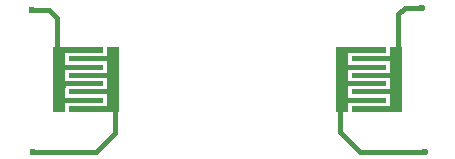
<source format=gtl>
G04 #@! TF.GenerationSoftware,KiCad,Pcbnew,8.0.9*
G04 #@! TF.CreationDate,2025-09-16T20:51:35+09:00*
G04 #@! TF.ProjectId,usb_sfc_pad,7573625f-7366-4635-9f70-61642e6b6963,rev?*
G04 #@! TF.SameCoordinates,Original*
G04 #@! TF.FileFunction,Copper,L1,Top*
G04 #@! TF.FilePolarity,Positive*
%FSLAX46Y46*%
G04 Gerber Fmt 4.6, Leading zero omitted, Abs format (unit mm)*
G04 Created by KiCad (PCBNEW 8.0.9) date 2025-09-16 20:51:35*
%MOMM*%
%LPD*%
G01*
G04 APERTURE LIST*
G04 Aperture macros list*
%AMFreePoly0*
4,1,19,0.300000,-2.700000,-3.900000,-2.700000,-3.900000,-2.200000,-0.700000,-2.200000,-0.700000,-1.200000,-3.900000,-1.200000,-3.900000,-0.800000,-0.700000,-0.800000,-0.700000,0.200000,-3.900000,0.200000,-3.900000,0.600000,-0.700000,0.600000,-0.700000,1.600000,-3.900000,1.600000,-3.900000,2.000000,-0.700000,2.000000,-0.700000,2.800000,0.300000,2.800000,0.300000,-2.700000,0.300000,-2.700000,
$1*%
%AMFreePoly1*
4,1,19,3.900000,2.200000,0.700000,2.200000,0.700000,1.200000,3.900000,1.200000,3.900000,0.800000,0.700000,0.800000,0.700000,-0.200000,3.900000,-0.200000,3.900000,-0.600000,0.700000,-0.600000,0.700000,-1.600000,3.900000,-1.600000,3.900000,-2.000000,0.700000,-2.000000,0.700000,-2.800000,-0.300000,-2.800000,-0.300000,2.700000,3.900000,2.700000,3.900000,2.200000,3.900000,2.200000,
$1*%
G04 Aperture macros list end*
G04 #@! TA.AperFunction,SMDPad,CuDef*
%ADD10FreePoly0,180.000000*%
G04 #@! TD*
G04 #@! TA.AperFunction,SMDPad,CuDef*
%ADD11FreePoly1,180.000000*%
G04 #@! TD*
G04 #@! TA.AperFunction,ViaPad*
%ADD12C,0.600000*%
G04 #@! TD*
G04 #@! TA.AperFunction,Conductor*
%ADD13C,0.400000*%
G04 #@! TD*
G04 #@! TA.AperFunction,Conductor*
%ADD14C,0.200000*%
G04 #@! TD*
G04 APERTURE END LIST*
D10*
X66850000Y-47150000D03*
D11*
X71750000Y-47250000D03*
D10*
X90850000Y-47150000D03*
D11*
X95750000Y-47250000D03*
D12*
X98000000Y-53300000D03*
X97800000Y-41100000D03*
X64700000Y-41300000D03*
X64800000Y-53300000D03*
D13*
X66850000Y-41950000D02*
X66850000Y-47150000D01*
X71750000Y-51750000D02*
X71750000Y-47250000D01*
X64800000Y-53300000D02*
X70200000Y-53300000D01*
X64700000Y-41300000D02*
X66200000Y-41300000D01*
X70200000Y-53300000D02*
X71750000Y-51750000D01*
D14*
X67400000Y-47700000D02*
X66850000Y-47150000D01*
D13*
X92500000Y-53300000D02*
X90850000Y-51650000D01*
X67100000Y-48000000D02*
X67400000Y-47700000D01*
X95300000Y-47700000D02*
X95750000Y-47250000D01*
X90850000Y-51650000D02*
X90850000Y-47150000D01*
X97800000Y-41100000D02*
X96300000Y-41100000D01*
X98000000Y-53300000D02*
X92500000Y-53300000D01*
X95750000Y-41650000D02*
X95750000Y-47250000D01*
X96300000Y-41100000D02*
X95750000Y-41650000D01*
X66200000Y-41300000D02*
X66850000Y-41950000D01*
M02*

</source>
